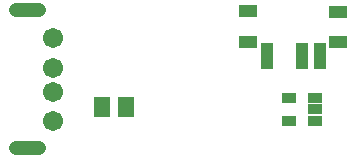
<source format=gbs>
G04 ---------------------------- Layer name :BOTTOM SOLDER LAYER*
G04 EasyEDA v5.7.26, Mon, 24 Sep 2018 03:33:45 GMT*
G04 f2589365b48f4548adba9131c7c0e0b5*
G04 Gerber Generator version 0.2*
G04 Scale: 100 percent, Rotated: No, Reflected: No *
G04 Dimensions in millimeters *
G04 leading zeros omitted , absolute positions ,3 integer and 3 decimal *
%FSLAX33Y33*%
%MOMM*%
G90*
G71D02*

%ADD21R,1.263193X0.853211*%
%ADD22R,1.003198X2.203196*%
%ADD23R,1.603197X1.003198*%
%ADD24R,1.603248X1.003198*%
%ADD25R,1.363218X1.673098*%
%ADD35C,1.203198*%
%ADD36C,1.703197*%

%LPD*%
G54D35*
G01X4209Y1209D02*
G01X2209Y1209D01*
G01X4209Y12867D02*
G01X2209Y12867D01*
G54D21*
G01X27551Y5427D03*
G01X27551Y4478D03*
G01X27551Y3528D03*
G01X25351Y3528D03*
G01X25351Y5427D03*
G54D22*
G01X23498Y9000D03*
G01X26498Y9000D03*
G01X27999Y9000D03*
G54D23*
G01X21906Y10209D03*
G01X29510Y10201D03*
G54D24*
G01X29510Y12711D03*
G01X21906Y12797D03*
G54D25*
G01X9509Y4730D03*
G01X11541Y4730D03*
G54D36*
G01X5360Y8001D03*
G01X5360Y5999D03*
G01X5360Y10500D03*
G01X5360Y3500D03*
M00*
M02*

</source>
